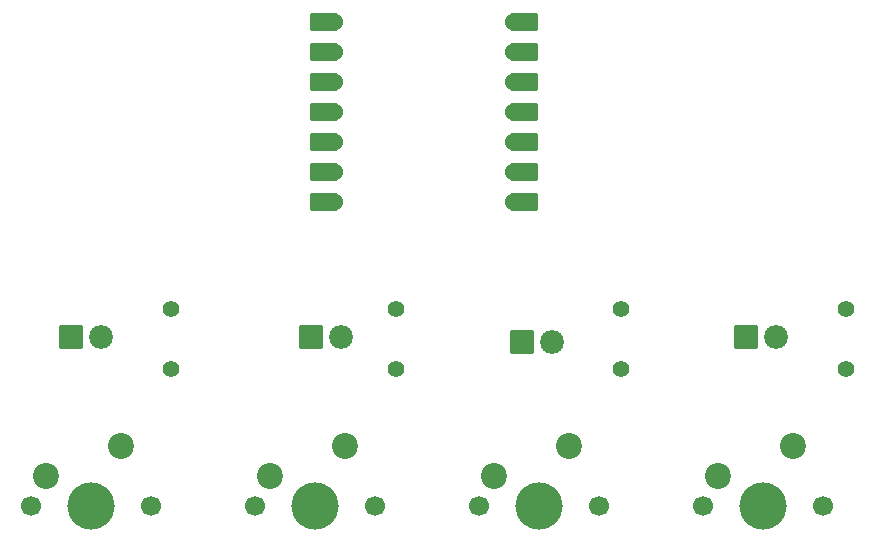
<source format=gbr>
%TF.GenerationSoftware,KiCad,Pcbnew,9.0.3*%
%TF.CreationDate,2025-08-01T16:23:24-05:00*%
%TF.ProjectId,pathfinder,70617468-6669-46e6-9465-722e6b696361,rev?*%
%TF.SameCoordinates,Original*%
%TF.FileFunction,Soldermask,Top*%
%TF.FilePolarity,Negative*%
%FSLAX46Y46*%
G04 Gerber Fmt 4.6, Leading zero omitted, Abs format (unit mm)*
G04 Created by KiCad (PCBNEW 9.0.3) date 2025-08-01 16:23:24*
%MOMM*%
%LPD*%
G01*
G04 APERTURE LIST*
G04 Aperture macros list*
%AMRoundRect*
0 Rectangle with rounded corners*
0 $1 Rounding radius*
0 $2 $3 $4 $5 $6 $7 $8 $9 X,Y pos of 4 corners*
0 Add a 4 corners polygon primitive as box body*
4,1,4,$2,$3,$4,$5,$6,$7,$8,$9,$2,$3,0*
0 Add four circle primitives for the rounded corners*
1,1,$1+$1,$2,$3*
1,1,$1+$1,$4,$5*
1,1,$1+$1,$6,$7*
1,1,$1+$1,$8,$9*
0 Add four rect primitives between the rounded corners*
20,1,$1+$1,$2,$3,$4,$5,0*
20,1,$1+$1,$4,$5,$6,$7,0*
20,1,$1+$1,$6,$7,$8,$9,0*
20,1,$1+$1,$8,$9,$2,$3,0*%
G04 Aperture macros list end*
%ADD10C,2.019000*%
%ADD11RoundRect,0.102000X-0.907500X-0.907500X0.907500X-0.907500X0.907500X0.907500X-0.907500X0.907500X0*%
%ADD12C,1.400000*%
%ADD13C,1.700000*%
%ADD14C,4.000000*%
%ADD15C,2.200000*%
%ADD16RoundRect,0.152400X1.063600X0.609600X-1.063600X0.609600X-1.063600X-0.609600X1.063600X-0.609600X0*%
%ADD17C,1.524000*%
%ADD18RoundRect,0.152400X-1.063600X-0.609600X1.063600X-0.609600X1.063600X0.609600X-1.063600X0.609600X0*%
G04 APERTURE END LIST*
D10*
%TO.C,D2*%
X116840000Y-97631250D03*
D11*
X114300000Y-97631250D03*
%TD*%
D12*
%TO.C,R3*%
X140493750Y-100330000D03*
X140493750Y-95250000D03*
%TD*%
D10*
%TO.C,D3*%
X134710725Y-98017989D03*
D11*
X132170725Y-98017989D03*
%TD*%
D13*
%TO.C,SW4*%
X147494461Y-111974033D03*
D14*
X152574461Y-111974033D03*
D13*
X157654461Y-111974033D03*
D15*
X155114461Y-106894033D03*
X148764461Y-109434033D03*
%TD*%
D13*
%TO.C,SW1*%
X90565419Y-111918470D03*
D14*
X95645419Y-111918470D03*
D13*
X100725419Y-111918470D03*
D15*
X98185419Y-106838470D03*
X91835419Y-109378470D03*
%TD*%
D10*
%TO.C,D4*%
X153670000Y-97631250D03*
D11*
X151130000Y-97631250D03*
%TD*%
D12*
%TO.C,R4*%
X159543750Y-100330000D03*
X159543750Y-95250000D03*
%TD*%
D13*
%TO.C,SW2*%
X109537500Y-111918750D03*
D14*
X114617500Y-111918750D03*
D13*
X119697500Y-111918750D03*
D15*
X117157500Y-106838750D03*
X110807500Y-109378750D03*
%TD*%
D10*
%TO.C,D1*%
X96520000Y-97631250D03*
D11*
X93980000Y-97631250D03*
%TD*%
D16*
%TO.C,U1*%
X115370000Y-70961250D03*
D17*
X116205000Y-70961250D03*
D16*
X115370000Y-73501250D03*
D17*
X116205000Y-73501250D03*
D16*
X115370000Y-76041250D03*
D17*
X116205000Y-76041250D03*
D16*
X115370000Y-78581250D03*
D17*
X116205000Y-78581250D03*
D16*
X115370000Y-81121250D03*
D17*
X116205000Y-81121250D03*
D16*
X115370000Y-83661250D03*
D17*
X116205000Y-83661250D03*
D16*
X115370000Y-86201250D03*
D17*
X116205000Y-86201250D03*
X131445000Y-86201250D03*
D18*
X132280000Y-86201250D03*
D17*
X131445000Y-83661250D03*
D18*
X132280000Y-83661250D03*
D17*
X131445000Y-81121250D03*
D18*
X132280000Y-81121250D03*
D17*
X131445000Y-78581250D03*
D18*
X132280000Y-78581250D03*
D17*
X131445000Y-76041250D03*
D18*
X132280000Y-76041250D03*
D17*
X131445000Y-73501250D03*
D18*
X132280000Y-73501250D03*
D17*
X131445000Y-70961250D03*
D18*
X132280000Y-70961250D03*
%TD*%
D13*
%TO.C,SW3*%
X128514241Y-111974033D03*
D14*
X133594241Y-111974033D03*
D13*
X138674241Y-111974033D03*
D15*
X136134241Y-106894033D03*
X129784241Y-109434033D03*
%TD*%
D12*
%TO.C,R2*%
X121443750Y-100330000D03*
X121443750Y-95250000D03*
%TD*%
%TO.C,R1*%
X102393750Y-100330000D03*
X102393750Y-95250000D03*
%TD*%
M02*

</source>
